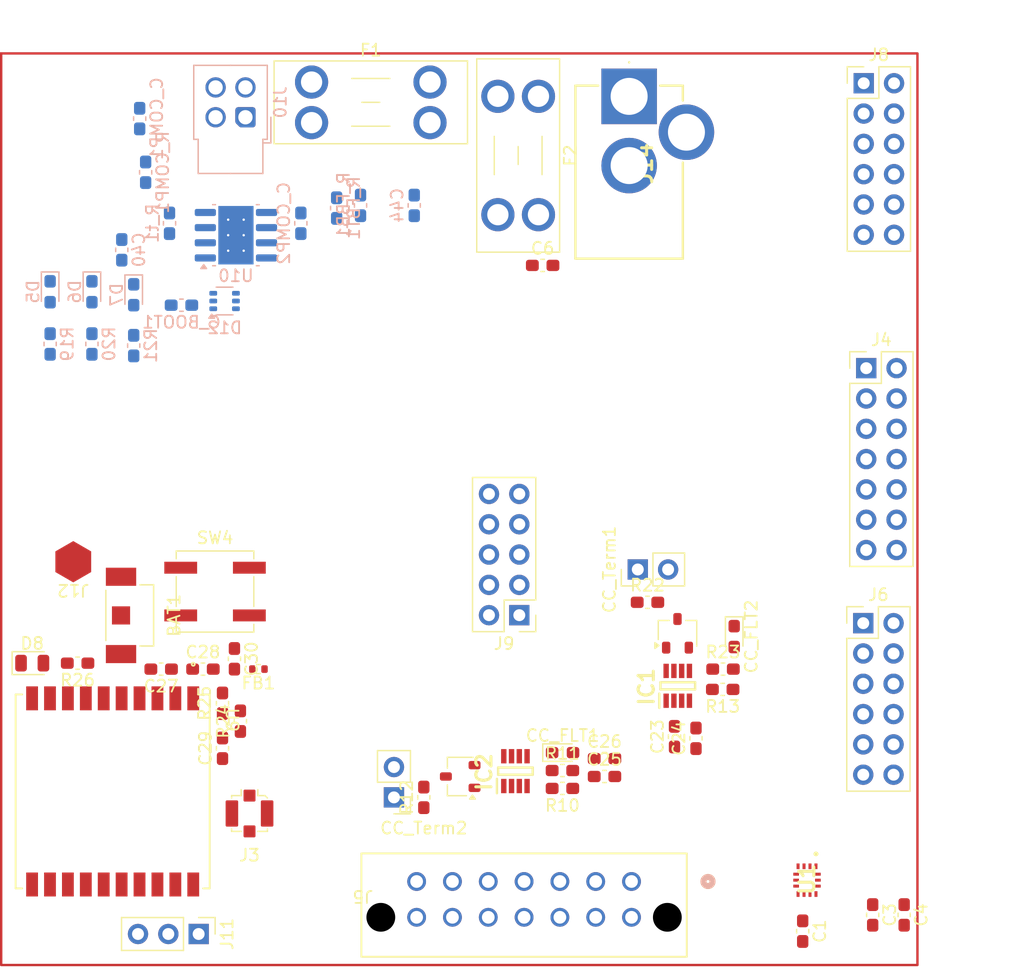
<source format=kicad_pcb>
(kicad_pcb (version 20241229) (generator "pcbnew") (generator_version "9.0")
  (layers (0 "F.Cu" signal) (2 "B.Cu" signal) (13 "F.Paste" user) (15 "B.Paste" user) (5 "F.SilkS" user "F.Silkscreen") (7 "B.SilkS" user "B.Silkscreen") (1 "F.Mask" user) (3 "B.Mask" user) (25 "Edge.Cuts" user))
  (net 0 "")
  (net 1 "+3.3V")
  (net 2 "+12V")
  (net 3 "+3V3")
  (net 4 "/GPS/+3.3V_GPS_BAT")
  (net 5 "/GPS/+3.3V_GPS")
  (net 6 "/GPS/GPS_NRESET")
  (net 7 "Net-(CC_FLT1-A)")
  (net 8 "Net-(CC_FLT2-A)")
  (net 9 "Net-(CC_Term1-A)")
  (net 10 "TelCAN_L")
  (net 11 "Net-(CC_Term2-A)")
  (net 12 "CarCAN_L")
  (net 13 "Net-(D5-A)")
  (net 14 "Net-(D6-A)")
  (net 15 "Net-(D7-A)")
  (net 16 "/GPS/GPS_D8")
  (net 17 "GND")
  (net 18 "+24V")
  (net 20 "Net-(D12A-K)")
  (net 22 "GPS_SDA")
  (net 23 "GPS_SCL")
  (net 24 "/CAN/CarCAN_Fault")
  (net 26 "CarCAN_H")
  (net 27 "/CAN/TelCAN_Fault")
  (net 28 "TelCAN_H")
  (net 29 "/GPS/GPS_SW4")
  (net 30 "/GPS/GPS_3D_Fix")
  (net 31 "Net-(U10-FB)")
  (net 32 "Net-(U10-BOOT)")
  (net 33 "Net-(U10-COMP)")
  (net 35 "Net-(U10-RT{slash}CLK)")
  (net 37 "Net-(J10-Pin_1)")
  (net 43 "/GPS/GPS_EXT_OFF")
  (net 48 "TelCAN_RX")
  (net 49 "TelCAN_TX")
  (net 51 "CarCAN_RX")
  (net 53 "CarCAN_TX")
  (net 54 "IMU_CS")
  (net 56 "IMU_MISO")
  (net 57 "IMU_MOSI")
  (net 59 "IMU_INT2")
  (net 60 "IMU_INT1")
  (net 61 "IMU_CLK")
  (net 66 "Net-(C_COMP1-Pad1)")
  (net 67 "Net-(F2-Pad1)")
  (net 68 "/Connector/TP2")
  (net 69 "/Connector/TP1")
  (net 70 "/Connector/TP4")
  (net 71 "/Connector/TP3")
  (net 72 "/Connector/TP5")
  (net 73 "/Connector/TP6")
  (footprint "Capacitor_SMD:C_0603_1608Metric_Pad1.08x0.95mm_HandSolder" (layer "F.Cu") (at 179.0125 147.4 180)
    (property "Reference" "R10" (at 0 -1.43 0) (layer "F.SilkS"))
    (property "Value" "10k")
    (pad "1" smd roundrect (at -0.8625 0 180) (size 1.075 0.95) (layers "F.Cu" "F.Mask" "F.Paste") (net 3 "+3V3"))
    (pad "2" smd roundrect (at 0.8625 0 180) (size 1.075 0.95) (layers "F.Cu" "F.Mask" "F.Paste") (net 24 "/CAN/CarCAN_Fault"))
  )
  (footprint "Connector_PinHeader_2.54mm:PinHeader_2x05_P2.54mm_Vertical" (layer "F.Cu") (at 175.4 132.88 180)
    (property "Reference" "J9" (at 1.27 -2.38 0) (layer "F.SilkS"))
    (property "Value" "Conn_02x05_Counter_Clockwise")
    (pad "1" thru_hole rect (at 0 0 180) (size 1.7 1.7) (drill 1) (layers "*.Cu" "*.Mask") (net 69 "/Connector/TP1"))
    (pad "2" thru_hole circle (at 2.54 0 180) (size 1.7 1.7) (drill 1) (layers "*.Cu" "*.Mask") (net 68 "/Connector/TP2"))
    (pad "3" thru_hole circle (at 0 2.54 180) (size 1.7 1.7) (drill 1) (layers "*.Cu" "*.Mask") (net 71 "/Connector/TP3"))
    (pad "4" thru_hole circle (at 2.54 2.54 180) (size 1.7 1.7) (drill 1) (layers "*.Cu" "*.Mask") (net 17 "GND"))
    (pad "5" thru_hole circle (at 0 5.08 180) (size 1.7 1.7) (drill 1) (layers "*.Cu" "*.Mask") (net 3 "+3V3"))
    (pad "6" thru_hole circle (at 2.54 5.08 180) (size 1.7 1.7) (drill 1) (layers "*.Cu" "*.Mask") (net 3 "+3V3"))
    (pad "7" thru_hole circle (at 0 7.62 180) (size 1.7 1.7) (drill 1) (layers "*.Cu" "*.Mask") (net 17 "GND"))
    (pad "8" thru_hole circle (at 2.54 7.62 180) (size 1.7 1.7) (drill 1) (layers "*.Cu" "*.Mask") (net 73 "/Connector/TP6"))
    (pad "9" thru_hole circle (at 0 10.16 180) (size 1.7 1.7) (drill 1) (layers "*.Cu" "*.Mask") (net 72 "/Connector/TP5"))
    (pad "10" thru_hole circle (at 2.54 10.16 180) (size 1.7 1.7) (drill 1) (layers "*.Cu" "*.Mask") (net 70 "/Connector/TP4"))
  )
  (footprint "Capacitor_SMD:C_0603_1608Metric_Pad1.08x0.95mm_HandSolder" (layer "F.Cu") (at 151.5375 136.5375 -90)
    (property "Reference" "C30" (at 0 -1.43 90) (layer "F.SilkS"))
    (property "Value" "100n")
    (pad "1" smd roundrect (at -0.8625 0 270) (size 1.075 0.95) (layers "F.Cu" "F.Mask" "F.Paste") (net 5 "/GPS/+3.3V_GPS"))
    (pad "2" smd roundrect (at 0.8625 0 270) (size 1.075 0.95) (layers "F.Cu" "F.Mask" "F.Paste") (net 17 "GND"))
  )
  (footprint "Connector_PinHeader_2.54mm:PinHeader_1x03_P2.54mm_Vertical" (layer "F.Cu") (at 148.54 159.6 -90)
    (property "Reference" "J11" (at 0 -2.38 90) (layer "F.SilkS"))
    (property "Value" "GPS_I2C")
    (pad "1" thru_hole rect (at 0 0 270) (size 1.7 1.7) (drill 1) (layers "*.Cu" "*.Mask") (net 6 "/GPS/GPS_NRESET"))
    (pad "2" thru_hole circle (at 0 2.54 270) (size 1.7 1.7) (drill 1) (layers "*.Cu" "*.Mask") (net 22 "GPS_SDA"))
    (pad "3" thru_hole circle (at 0 5.08 270) (size 1.7 1.7) (drill 1) (layers "*.Cu" "*.Mask") (net 23 "GPS_SCL"))
  )
  (footprint "Capacitor_SMD:C_0603_1608Metric_Pad1.08x0.95mm_HandSolder" (layer "F.Cu") (at 192.4375 139.1 180)
    (property "Reference" "R13" (at 0 -1.43 0) (layer "F.SilkS"))
    (property "Value" "10k")
    (pad "1" smd roundrect (at -0.8625 0 180) (size 1.075 0.95) (layers "F.Cu" "F.Mask" "F.Paste") (net 3 "+3V3"))
    (pad "2" smd roundrect (at 0.8625 0 180) (size 1.075 0.95) (layers "F.Cu" "F.Mask" "F.Paste") (net 27 "/CAN/TelCAN_Fault"))
  )
  (footprint "Capacitor_SMD:C_0603_1608Metric_Pad1.08x0.95mm_HandSolder" (layer "F.Cu") (at 182.5375 144.9)
    (property "Reference" "C26" (at 0 -1.43 0) (layer "F.SilkS"))
    (property "Value" "1uF")
    (pad "1" smd roundrect (at -0.8625 0) (size 1.075 0.95) (layers "F.Cu" "F.Mask" "F.Paste") (net 3 "+3V3"))
    (pad "2" smd roundrect (at 0.8625 0) (size 1.075 0.95) (layers "F.Cu" "F.Mask" "F.Paste") (net 17 "GND"))
  )
  (footprint "Connector_Coaxial:U.FL_Molex_MCRF_73412-0110_Vertical" (layer "F.Cu") (at 152.8 149.5)
    (property "Reference" "J3" (at 0 3.5 0) (layer "F.SilkS"))
    (property "Value" "Conn_Coaxial")
    (pad "1" smd roundrect (at 0 1.5 180) (size 1 1) (layers "F.Cu" "F.Mask" "F.Paste") (roundrect_rratio 0.1) (net 43 "/GPS/GPS_EXT_OFF"))
    (pad "2" smd roundrect (at -1.475 0 180) (size 1.05 2.2) (layers "F.Cu" "F.Mask" "F.Paste") (roundrect_rratio 0.1) (net 17 "GND"))
    (pad "2" smd roundrect (at 0 -1.5 180) (size 1 1) (layers "F.Cu" "F.Mask" "F.Paste") (roundrect_rratio 0.1) (net 17 "GND"))
    (pad "2" smd roundrect (at 1.475 0 180) (size 1.05 2.2) (layers "F.Cu" "F.Mask" "F.Paste") (roundrect_rratio 0.1) (net 17 "GND"))
  )
  (footprint "Capacitor_SMD:C_0603_1608Metric_Pad1.08x0.95mm_HandSolder" (layer "F.Cu") (at 192.4625 137.4)
    (property "Reference" "R23" (at 0 -1.43 0) (layer "F.SilkS"))
    (property "Value" "2.2k")
    (pad "1" smd roundrect (at -0.8625 0) (size 1.075 0.95) (layers "F.Cu" "F.Mask" "F.Paste") (net 27 "/CAN/TelCAN_Fault"))
    (pad "2" smd roundrect (at 0.8625 0) (size 1.075 0.95) (layers "F.Cu" "F.Mask" "F.Paste") (net 8 "Net-(CC_FLT2-A)"))
  )
  (footprint "Button_Switch_SMD:SW_SPST_B3SL-1002P" (layer "F.Cu") (at 149.9125 130.9)
    (property "Reference" "SW4" (at 0 -4.5 0) (layer "F.SilkS"))
    (property "Value" "GPS_RESET")
    (pad "1" smd rect (at -2.875 -2) (size 2.75 1) (layers "F.Cu" "F.Mask" "F.Paste") (net 17 "GND"))
    (pad "1" smd rect (at 2.875 -2) (size 2.75 1) (layers "F.Cu" "F.Mask" "F.Paste") (net 17 "GND"))
    (pad "2" smd rect (at -2.875 2) (size 2.75 1) (layers "F.Cu" "F.Mask" "F.Paste") (net 29 "/GPS/GPS_SW4"))
    (pad "2" smd rect (at 2.875 2) (size 2.75 1) (layers "F.Cu" "F.Mask" "F.Paste") (net 29 "/GPS/GPS_SW4"))
  )
  (footprint "KiCad:LSM6DS3USTR" (layer "F.Cu") (at 199.5 155.088 -90)
    (property "Reference" "U1" (at -0.0715 0 90) (layer "F.SilkS") (effects (font (size 1.27 1.27) (thickness 0.254))))
    (property "Value" "ASM330LHHTR" (hide yes))
    (pad "1" smd rect (at -1.163 -0.75) (size 0.25 0.475) (layers "F.Cu" "F.Mask" "F.Paste") (net 56 "IMU_MISO"))
    (pad "2" smd rect (at -1.163 -0.25) (size 0.25 0.475) (layers "F.Cu" "F.Mask" "F.Paste") (net 17 "GND"))
    (pad "3" smd rect (at -1.163 0.25) (size 0.25 0.475) (layers "F.Cu" "F.Mask" "F.Paste") (net 17 "GND"))
    (pad "4" smd rect (at -1.163 0.75) (size 0.25 0.475) (layers "F.Cu" "F.Mask" "F.Paste") (net 60 "IMU_INT1"))
    (pad "5" smd rect (at -0.5 0.912 270) (size 0.25 0.475) (layers "F.Cu" "F.Mask" "F.Paste") (net 1 "+3.3V"))
    (pad "6" smd rect (at 0 0.912 270) (size 0.25 0.475) (layers "F.Cu" "F.Mask" "F.Paste") (net 17 "GND"))
    (pad "7" smd rect (at 0.5 0.912 270) (size 0.25 0.475) (layers "F.Cu" "F.Mask" "F.Paste") (net 17 "GND"))
    (pad "8" smd rect (at 1.163 0.75) (size 0.25 0.475) (layers "F.Cu" "F.Mask" "F.Paste") (net 1 "+3.3V"))
    (pad "9" smd rect (at 1.163 0.25) (size 0.25 0.475) (layers "F.Cu" "F.Mask" "F.Paste") (net 59 "IMU_INT2"))
    (pad "10" smd rect (at 1.163 -0.25) (size 0.25 0.475) (layers "F.Cu" "F.Mask" "F.Paste"))
    (pad "11" smd rect (at 1.163 -0.75) (size 0.25 0.475) (layers "F.Cu" "F.Mask" "F.Paste"))
    (pad "12" smd rect (at 0.5 -0.912 270) (size 0.25 0.475) (layers "F.Cu" "F.Mask" "F.Paste") (net 54 "IMU_CS"))
    (pad "13" smd rect (at 0 -0.912 270) (size 0.25 0.475) (layers "F.Cu" "F.Mask" "F.Paste") (net 61 "IMU_CLK"))
    (pad "14" smd rect (at -0.5 -0.912 270) (size 0.25 0.475) (layers "F.Cu" "F.Mask" "F.Paste") (net 57 "IMU_MOSI"))
  )
  (footprint "UTSVT_Special:TestPoint_HEX_3mmID" (layer "F.Cu") (at 138.0375 128.4 180)
    (property "Reference" "J12" (at 0 -2.4 180) (layer "F.SilkS"))
    (property "Value" "GPS_BAT")
    (pad "1" connect custom (at 0 0 180) (size 3 3) (layers "F.Cu" "F.Mask") (net 4 "/GPS/+3.3V_GPS_BAT") (options (clearance outline) (anchor circle)) (primitives (gr_poly (pts (xy 0 -1.732051) (xy 1.5 -0.866025) (xy 1.5 0.866025) (xy 0 1.732051) (xy -1.5 0.866025) (xy -1.5 -0.866025)) (width 0) (fill yes))))
  )
  (footprint "Capacitor_SMD:C_0603_1608Metric_Pad1.08x0.95mm_HandSolder" (layer "F.Cu") (at 188.4 143.0625 90)
    (property "Reference" "C23" (at 0 -1.43 90) (layer "F.SilkS"))
    (property "Value" "0.1uF")
    (pad "1" smd roundrect (at -0.8625 0 90) (size 1.075 0.95) (layers "F.Cu" "F.Mask" "F.Paste") (net 3 "+3V3"))
    (pad "2" smd roundrect (at 0.8625 0 90) (size 1.075 0.95) (layers "F.Cu" "F.Mask" "F.Paste") (net 17 "GND"))
  )
  (footprint "LED_SMD:LED_0603_1608Metric_Pad1.05x0.95mm_HandSolder" (layer "F.Cu") (at 193.4 134.675 -90)
    (property "Reference" "CC_FLT2" (at 0 -1.43 90) (layer "F.SilkS"))
    (property "Value" "LED")
    (pad "1" smd roundrect (at -0.875 0 270) (size 1.05 0.95) (layers "F.Cu" "F.Mask" "F.Paste") (net 17 "GND"))
    (pad "2" smd roundrect (at 0.875 0 270) (size 1.05 0.95) (layers "F.Cu" "F.Mask" "F.Paste") (net 8 "Net-(CC_FLT2-A)"))
  )
  (footprint "Connector_PinHeader_2.54mm:PinHeader_1x02_P2.54mm_Vertical" (layer "F.Cu") (at 164.9 148.15 180)
    (property "Reference" "CC_Term2" (at -2.5 -2.575 0) (layer "F.SilkS"))
    (property "Value" "Jumper_2_Open")
    (pad "1" thru_hole rect (at 0 0 180) (size 1.7 1.7) (drill 1) (layers "*.Cu" "*.Mask") (net 11 "Net-(CC_Term2-A)"))
    (pad "2" thru_hole circle (at 0 2.54 180) (size 1.7 1.7) (drill 1) (layers "*.Cu" "*.Mask") (net 12 "CarCAN_L"))
  )
  (footprint "UTSVT_ICs:CDSOT23-T24CAN" (layer "F.Cu") (at 188.65 134.4 90)
    (property "Reference" "U8" (hide yes))
    (property "Value" "CDSOT23-T24CAN")
    (pad "1" smd roundrect (at -1.2 -0.95 90) (size 1 0.7) (layers "F.Cu" "F.Mask" "F.Paste") (net 28 "TelCAN_H"))
    (pad "2" smd roundrect (at -1.2 0.95 90) (size 1 0.7) (layers "F.Cu" "F.Mask" "F.Paste") (net 10 "TelCAN_L"))
    (pad "3" smd roundrect (at 1.2 0 90) (size 1 0.7) (layers "F.Cu" "F.Mask" "F.Paste") (net 17 "GND"))
  )
  (footprint "Capacitor_SMD:C_0603_1608Metric_Pad1.08x0.95mm_HandSolder" (layer "F.Cu") (at 199.1375 159.3625 -90)
    (property "Reference" "C1" (at 0 -1.43 90) (layer "F.SilkS"))
    (property "Value" "100nf")
    (pad "1" smd roundrect (at -0.8625 0 270) (size 1.075 0.95) (layers "F.Cu" "F.Mask" "F.Paste") (net 1 "+3.3V"))
    (pad "2" smd roundrect (at 0.8625 0 270) (size 1.075 0.95) (layers "F.Cu" "F.Mask" "F.Paste") (net 17 "GND"))
  )
  (footprint "Connector_PinHeader_2.54mm:PinHeader_2x06_P2.54mm_Vertical" (layer "F.Cu") (at 204.21 133.55)
    (property "Reference" "J6" (at 1.27 -2.38 0) (layer "F.SilkS"))
    (property "Value" "To The Zedboard")
    (pad "1" thru_hole rect (at 0 0) (size 1.7 1.7) (drill 1) (layers "*.Cu" "*.Mask") (net 60 "IMU_INT1"))
    (pad "2" thru_hole circle (at 2.54 0) (size 1.7 1.7) (drill 1) (layers "*.Cu" "*.Mask") (net 59 "IMU_INT2"))
    (pad "3" thru_hole circle (at 0 2.54) (size 1.7 1.7) (drill 1) (layers "*.Cu" "*.Mask") (net 69 "/Connector/TP1"))
    (pad "4" thru_hole circle (at 2.54 2.54) (size 1.7 1.7) (drill 1) (layers "*.Cu" "*.Mask") (net 70 "/Connector/TP4"))
    (pad "5" thru_hole circle (at 0 5.08) (size 1.7 1.7) (drill 1) (layers "*.Cu" "*.Mask") (net 68 "/Connector/TP2"))
    (pad "6" thru_hole circle (at 2.54 5.08) (size 1.7 1.7) (drill 1) (layers "*.Cu" "*.Mask") (net 72 "/Connector/TP5"))
    (pad "7" thru_hole circle (at 0 7.62) (size 1.7 1.7) (drill 1) (layers "*.Cu" "*.Mask") (net 71 "/Connector/TP3"))
    (pad "8" thru_hole circle (at 2.54 7.62) (size 1.7 1.7) (drill 1) (layers "*.Cu" "*.Mask") (net 73 "/Connector/TP6"))
    (pad "9" thru_hole circle (at 0 10.16) (size 1.7 1.7) (drill 1) (layers "*.Cu" "*.Mask") (net 17 "GND"))
    (pad "10" thru_hole circle (at 2.54 10.16) (size 1.7 1.7) (drill 1) (layers "*.Cu" "*.Mask") (net 17 "GND"))
    (pad "11" thru_hole circle (at 0 12.7) (size 1.7 1.7) (drill 1) (layers "*.Cu" "*.Mask") (net 3 "+3V3"))
    (pad "12" thru_hole circle (at 2.54 12.7) (size 1.7 1.7) (drill 1) (layers "*.Cu" "*.Mask") (net 3 "+3V3"))
  )
  (footprint "Fuse:Fuseholder_Blade_Mini_Keystone_3568" (layer "F.Cu") (at 158 88.2)
    (property "Reference" "F1" (at 4.96 -2.67 0) (layer "F.SilkS"))
    (property "Value" "+4A")
    (pad "1" thru_hole circle (at 0 0) (size 2.78 2.78) (drill 1.78) (layers "*.Cu" "*.Mask") (net 2 "+12V"))
    (pad "1" thru_hole circle (at 0 3.4) (size 2.78 2.78) (drill 1.78) (layers "*.Cu" "*.Mask") (net 2 "+12V"))
    (pad "2" thru_hole circle (at 9.92 0) (size 2.78 2.78) (drill 1.78) (layers "*.Cu" "*.Mask") (net 37 "Net-(J10-Pin_1)"))
    (pad "2" thru_hole circle (at 9.92 3.4) (size 2.78 2.78) (drill 1.78) (layers "*.Cu" "*.Mask") (net 37 "Net-(J10-Pin_1)"))
  )
  (footprint "DataAcqGPS:PA1616S_ADA" (layer "F.Cu") (at 141.3375 147.650002 -90)
    (property "Reference" "U9" (at -6 -10 270) (layer "F.SilkS"))
    (property "Value" "PA1616S_GPS")
    (pad "" np_thru_hole circle (at 0 -0.45 270) (size 1.1938 1.1938) (drill 1.1938) (layers "*.Cu" "*.Mask"))
    (pad "1" smd rect (at -7.8 -6.749999 270) (size 2.0066 0.9906) (layers "F.Cu" "F.Mask" "F.Paste") (net 5 "/GPS/+3.3V_GPS"))
    (pad "2" smd rect (at -7.8 -5.25 270) (size 2.0066 0.9906) (layers "F.Cu" "F.Mask" "F.Paste") (net 6 "/GPS/GPS_NRESET"))
    (pad "3" smd rect (at -7.8 -3.75 270) (size 2.0066 0.9906) (layers "F.Cu" "F.Mask" "F.Paste") (net 17 "GND"))
    (pad "4" smd rect (at -7.8 -2.250001 270) (size 2.0066 0.9906) (layers "F.Cu" "F.Mask" "F.Paste") (net 4 "/GPS/+3.3V_GPS_BAT"))
    (pad "5" smd rect (at -7.8 -0.750001 270) (size 2.0066 0.9906) (layers "F.Cu" "F.Mask" "F.Paste") (net 30 "/GPS/GPS_3D_Fix"))
    (pad "6" smd rect (at -7.8 0.749998 270) (size 2.0066 0.9906) (layers "F.Cu" "F.Mask" "F.Paste"))
    (pad "7" smd rect (at -7.8 2.250001 270) (size 2.0066 0.9906) (layers "F.Cu" "F.Mask" "F.Paste"))
    (pad "8" smd rect (at -7.8 3.75 270) (size 2.0066 0.9906) (layers "F.Cu" "F.Mask" "F.Paste") (net 17 "GND"))
    (pad "9" smd rect (at -7.8 5.25 270) (size 2.0066 0.9906) (layers "F.Cu" "F.Mask" "F.Paste"))
    (pad "10" smd rect (at -7.8 6.749999 270) (size 2.0066 0.9906) (layers "F.Cu" "F.Mask" "F.Paste"))
    (pad "11" smd rect (at 7.8 6.749999 270) (size 2.0066 0.9906) (layers "F.Cu" "F.Mask" "F.Paste") (net 43 "/GPS/GPS_EXT_OFF"))
    (pad "12" smd rect (at 7.8 5.25 270) (size 2.0066 0.9906) (layers "F.Cu" "F.Mask" "F.Paste") (net 17 "GND"))
    (pad "13" smd rect (at 7.8 3.75 270) (size 2.0066 0.9906) (layers "F.Cu" "F.Mask" "F.Paste"))
    (pad "14" smd rect (at 7.8 2.250001 270) (size 2.0066 0.9906) (layers "F.Cu" "F.Mask" "F.Paste") (net 23 "GPS_SCL"))
    (pad "15" smd rect (at 7.8 0.750001 270) (size 2.0066 0.9906) (layers "F.Cu" "F.Mask" "F.Paste") (net 22 "GPS_SDA"))
    (pad "16" smd rect (at 7.8 -0.749998 270) (size 2.0066 0.9906) (layers "F.Cu" "F.Mask" "F.Paste"))
    (pad "17" smd rect (at 7.8 -2.250001 270) (size 2.0066 0.9906) (layers "F.Cu" "F.Mask" "F.Paste"))
    (pad "18" smd rect (at 7.8 -3.75 270) (size 2.0066 0.9906) (layers "F.Cu" "F.Mask" "F.Paste"))
    (pad "19" smd rect (at 7.8 -5.25 270) (size 2.0066 0.9906) (layers "F.Cu" "F.Mask" "F.Paste") (net 17 "GND"))
    (pad "20" smd rect (at 7.8 -6.749999 270) (size 2.0066 0.9906) (layers "F.Cu" "F.Mask" "F.Paste"))
  )
  (footprint "UTSVT_Connectors:Molex_Microfit3.0_02x07_14-Pin-Vertical-PCB-Receptacle_447691401" (layer "F.Cu") (at 184.8 155.2 180)
    (property "Reference" "J5" (at 22.499997 -1.25 180) (layer "F.SilkS"))
    (property "Value" "Conn_02x07_Vertical")
    (pad "" np_thru_hole circle (at -3.000002 -2.999999 180) (size 2.413 2.413) (drill 2.413) (layers))
    (pad "" np_thru_hole circle (at 20.999996 -2.999999 180) (size 2.413 2.413) (drill 2.413) (layers))
    (pad "1" thru_hole circle (at 0 0 180) (size 1.5748 1.5748) (drill 1.0668) (layers "*.Cu" "*.Mask") (net 18 "+24V"))
    (pad "2" thru_hole circle (at 2.999999 0 180) (size 1.5748 1.5748) (drill 1.0668) (layers "*.Cu" "*.Mask") (net 26 "CarCAN_H"))
    (pad "3" thru_hole circle (at 5.999998 0 180) (size 1.5748 1.5748) (drill 1.0668) (layers "*.Cu" "*.Mask") (net 51 "CarCAN_RX"))
    (pad "4" thru_hole circle (at 8.999997 0 180) (size 1.5748 1.5748) (drill 1.0668) (layers "*.Cu" "*.Mask") (net 18 "+24V"))
    (pad "5" thru_hole circle (at 11.999996 0 180) (size 1.5748 1.5748) (drill 1.0668) (layers "*.Cu" "*.Mask") (net 48 "TelCAN_RX"))
    (pad "6" thru_hole circle (at 14.999995 0 180) (size 1.5748 1.5748) (drill 1.0668) (layers "*.Cu" "*.Mask") (net 48 "TelCAN_RX"))
    (pad "7" thru_hole circle (at 17.999994 0 180) (size 1.5748 1.5748) (drill 1.0668) (layers "*.Cu" "*.Mask") (net 17 "GND"))
    (pad "8" thru_hole circle (at 0 -2.999999 180) (size 1.5748 1.5748) (drill 1.0668) (layers "*.Cu" "*.Mask") (net 18 "+24V"))
    (pad "9" thru_hole circle (at 2.999999 -2.999999 180) (size 1.5748 1.5748) (drill 1.0668) (layers "*.Cu" "*.Mask") (net 53 "CarCAN_TX"))
    (pad "10" thru_hole circle (at 5.999998 -2.999999 180) (size 1.5748 1.5748) (drill 1.0668) (layers "*.Cu" "*.Mask") (net 53 "CarCAN_TX"))
    (pad "11" thru_hole circle (at 8.999997 -2.999999 180) (size 1.5748 1.5748) (drill 1.0668) (layers "*.Cu" "*.Mask") (net 18 "+24V"))
    (pad "12" thru_hole circle (at 11.999996 -2.999999 180) (size 1.5748 1.5748) (drill 1.0668) (layers "*.Cu" "*.Mask") (net 49 "TelCAN_TX"))
    (pad "13" thru_hole circle (at 14.999995 -2.999999 180) (size 1.5748 1.5748) (drill 1.0668) (layers "*.Cu" "*.Mask") (net 49 "TelCAN_TX"))
    (pad "14" thru_hole circle (at 17.999994 -2.999999 180) (size 1.5748 1.5748) (drill 1.0668) (layers "*.Cu" "*.Mask") (net 17 "GND"))
  )
  (footprint "LED_SMD:LED_0603_1608Metric_Pad1.05x0.95mm_HandSolder" (layer "F.Cu") (at 179.025 144.4)
    (property "Reference" "CC_FLT1" (at 0 -1.43 0) (layer "F.SilkS"))
    (property "Value" "LED")
    (pad "1" smd roundrect (at -0.875 0) (size 1.05 0.95) (layers "F.Cu" "F.Mask" "F.Paste") (net 17 "GND"))
    (pad "2" smd roundrect (at 0.875 0) (size 1.05 0.95) (layers "F.Cu" "F.Mask" "F.Paste") (net 7 "Net-(CC_FLT1-A)"))
  )
  (footprint "Capacitor_SMD:C_0603_1608Metric_Pad1.08x0.95mm_HandSolder" (layer "F.Cu") (at 167.4 148.15 90)
    (property "Reference" "R12" (at 0 -1.43 90) (layer "F.SilkS"))
    (property "Value" "120")
    (pad "1" smd roundrect (at -0.8625 0 90) (size 1.075 0.95) (layers "F.Cu" "F.Mask" "F.Paste") (net 11 "Net-(CC_Term2-A)"))
    (pad "2" smd roundrect (at 0.8625 0 90) (size 1.075 0.95) (layers "F.Cu" "F.Mask" "F.Paste") (net 26 "CarCAN_H"))
  )
  (footprint "Capacitor_SMD:C_0603_1608Metric_Pad1.08x0.95mm_HandSolder" (layer "F.Cu") (at 138.4 136.9 180)
    (property "Reference" "R26" (at 0 -1.43 0) (layer "F.SilkS"))
    (property "Value" "1k")
    (pad "1" smd roundrect (at -0.8625 0 180) (size 1.075 0.95) (layers "F.Cu" "F.Mask" "F.Paste") (net 30 "/GPS/GPS_3D_Fix"))
    (pad "2" smd roundrect (at 0.8625 0 180) (size 1.075 0.95) (layers "F.Cu" "F.Mask" "F.Paste") (net 16 "/GPS/GPS_D8"))
  )
  (footprint "Capacitor_SMD:C_0603_1608Metric_Pad1.08x0.95mm_HandSolder" (layer "F.Cu") (at 177.355 103.565)
    (property "Reference" "C6" (at 0 -1.43 0) (layer "F.SilkS"))
    (property "Value" "470 uF")
    (pad "1" smd roundrect (at -0.8625 0) (size 1.075 0.95) (layers "F.Cu" "F.Mask" "F.Paste") (net 2 "+12V"))
    (pad "2" smd roundrect (at 0.8625 0) (size 1.075 0.95) (layers "F.Cu" "F.Mask" "F.Paste") (net 17 "GND"))
  )
  (footprint "KiCad:694108301002" (layer "F.Cu") (at 184.6 89.4 90)
    (property "Reference" "J14" (at -5.638 1.313 90) (layer "F.SilkS") (effects (font (size 1.27 1.27) (thickness 0.254))))
    (property "Value" "Barrel_Jack_Switch" (hide yes))
    (pad "1" thru_hole rect (at 0 0 90) (size 4.65 4.65) (drill 3.1) (layers "*.Cu" "*.Mask") (net 67 "Net-(F2-Pad1)"))
    (pad "2" thru_hole circle (at -5.8 0 90) (size 4.65 4.65) (drill 3.1) (layers "*.Cu" "*.Mask") (net 17 "GND"))
    (pad "3" thru_hole circle (at -3 4.8 90) (size 4.65 4.65) (drill 3.1) (layers "*.Cu" "*.Mask"))
  )
  (footprint "UTSVT_ICs:TCAN337DCNR" (layer "F.Cu") (at 188.675 138.8 90)
    (property "Reference" "IC1" (at -0.075 -2.625 90) (layer "F.SilkS") (effects (font (size 1.27 1.27) (thickness 0.254))))
    (property "Value" "TCAN337DCNR" (hide yes))
    (pad "1" smd rect (at -1.25 -0.975 180) (size 0.45 1.2) (layers "F.Cu" "F.Mask" "F.Paste") (net 49 "TelCAN_TX"))
    (pad "2" smd rect (at -1.25 -0.325 180) (size 0.45 1.2) (layers "F.Cu" "F.Mask" "F.Paste") (net 17 "GND"))
    (pad "3" smd rect (at -1.25 0.325 180) (size 0.45 1.2) (layers "F.Cu" "F.Mask" "F.Paste") (net 3 "+3V3"))
    (pad "4" smd rect (at -1.25 0.975 180) (size 0.45 1.2) (layers "F.Cu" "F.Mask" "F.Paste") (net 48 "TelCAN_RX"))
    (pad "5" smd rect (at 1.25 0.975 180) (size 0.45 1.2) (layers "F.Cu" "F.Mask" "F.Paste") (net 27 "/CAN/TelCAN_Fault"))
    (pad "6" smd rect (at 1.25 0.325 180) (size 0.45 1.2) (layers "F.Cu" "F.Mask" "F.Paste") (net 10 "TelCAN_L"))
    (pad "7" smd rect (at 1.25 -0.325 180) (size 0.45 1.2) (layers "F.Cu" "F.Mask" "F.Paste") (net 28 "TelCAN_H"))
    (pad "8" smd rect (at 1.25 -0.975 180) (size 0.45 1.2) (layers "F.Cu" "F.Mask" "F.Paste"))
  )
  (footprint "Capacitor_SMD:C_0603_1608Metric_Pad1.08x0.95mm_HandSolder" (layer "F.Cu") (at 190.2 143.2 90)
    (property "Reference" "C24" (at 0 -1.43 90) (layer "F.SilkS"))
    (property "Value" "1uF")
    (pad "1" smd roundrect (at -0.8625 0 90) (size 1.075 0.95) (layers "F.Cu" "F.Mask" "F.Paste") (net 3 "+3V3"))
    (pad "2" smd roundrect (at 0.8625 0 90) (size 1.075 0.95) (layers "F.Cu" "F.Mask" "F.Paste") (net 17 "GND"))
  )
  (footprint "Connector_PinHeader_2.54mm:PinHeader_1x02_P2.54mm_Vertical" (layer "F.Cu") (at 185.325 129.05 90)
    (property "Reference" "CC_Term1" (at 0 -2.38 90) (layer "F.SilkS"))
    (property "Value" "Jumper_2_Open")
    (pad "1" thru_hole rect (at 0 0 90) (size 1.7 1.7) (drill 1) (layers "*.Cu" "*.Mask") (net 9 "Net-(CC_Term1-A)"))
    (pad "2" thru_hole circle (at 0 2.54 90) (size 1.7 1.7) (drill 1) (layers "*.Cu" "*.Mask") (net 10 "TelCAN_L"))
  )
  (footprint "DataAcqGPS:BAT_2994TR" (layer "F.Cu") (at 142.0375 132.9 -90)
    (property "Reference" "BAT1" (at 0 -4.445 90) (layer "F.SilkS"))
    (property "Value" "ML414")
    (pad "N" smd rect (at 0 0 270) (size 1.52 1.52) (layers "F.Cu" "F.Mask") (net 17 "GND"))
    (pad "P1" smd rect (at -3.24 0 270) (size 1.52 2.54) (layers "F.Cu" "F.Mask" "F.Paste") (net 4 "/GPS/+3.3V_GPS_BAT"))
    (pad "P2" smd rect (at 3.24 0 270) (size 1.52 2.54) (layers "F.Cu" "F.Mask" "F.Paste") (net 4 "/GPS/+3.3V_GPS_BAT"))
  )
  (footprint "Capacitor_SMD:C_0603_1608Metric_Pad1.08x0.95mm_HandSolder" (layer "F.Cu") (at 186.1375 131.8)
    (property "Reference" "R22" (at 0 -1.43 0) (layer "F.SilkS"))
    (property "Value" "120")
    (pad "1" smd roundrect (at -0.8625 0) (size 1.075 0.95) (layers "F.Cu" "F.Mask" "F.Paste") (net 9 "Net-(CC_Term1-A)"))
    (pad "2" smd roundrect (at 0.8625 0) (size 1.075 0.95) (layers "F.Cu" "F.Mask" "F.Paste") (net 28 "TelCAN_H"))
  )
  (footprint "UTSVT_ICs:TCAN337DCNR" (layer "F.Cu") (at 175.075 145.95 90)
    (property "Reference" "IC2" (at -0.075 -2.625 90) (layer "F.SilkS") (effects (font (size 1.27 1.27) (thickness 0.254))))
    (property "Value" "TCAN337DCNR" (hide yes))
    (pad "1" smd rect (at -1.25 -0.975 180) (size 0.45 1.2) (layers "F.Cu" "F.Mask" "F.Paste") (net 53 "CarCAN_TX"))
    (pad "2" smd rect (at -1.25 -0.325 180) (size 0.45 1.2) (layers "F.Cu" "F.Mask" "F.Paste") (net 17 "GND"))
    (pad "3" smd rect (at -1.25 0.325 180) (size 0.45 1.2) (layers "F.Cu" "F.Mask" "F.Paste") (net 3 "+3V3"))
    (pad "4" smd rect (at -1.25 0.975 180) (size 0.45 1.2) (layers "F.Cu" "F.Mask" "F.Paste") (net 51 "CarCAN_RX"))
    (pad "5" smd rect (at 1.25 0.975 180) (size 0.45 1.2) (layers "F.Cu" "F.Mask" "F.Paste") (net 24 "/CAN/CarCAN_Fault"))
    (pad "6" smd rect (at 1.25 0.325 180) (size 0.45 1.2) (layers "F.Cu" "F.Mask" "F.Paste") (net 12 "CarCAN_L"))
    (pad "7" smd rect (at 1.25 -0.325 180) (size 0.45 1.2) (layers "F.Cu" "F.Mask" "F.Paste") (net 26 "CarCAN_H"))
    (pad "8" smd rect (at 1.25 -0.975 180) (size 0.45 1.2) (layers "F.Cu" "F.Mask" "F.Paste"))
  )
  (footprint "Capacitor_SMD:C_0603_1608Metric_Pad1.08x0.95mm_HandSolder" (layer "F.Cu") (at 205 158 -90)
    (property "Reference" "C3" (at 0 -1.43 90) (layer "F.SilkS"))
    (property "Value" "10uf")
    (pad "1" smd roundrect (at -0.8625 0 270) (size 1.075 0.95) (layers "F.Cu" "F.Mask" "F.Paste") (net 1 "+3.3V"))
    (pad "2" smd roundrect (at 0.8625 0 270) (size 1.075 0.95) (layers "F.Cu" "F.Mask" "F.Paste") (net 17 "GND"))
  )
  (footprint "Capacitor_SMD:C_0603_1608Metric_Pad1.08x0.95mm_HandSolder" (layer "F.Cu") (at 150.5375 144.0375 90)
    (property "Reference" "C29" (at 0 -1.43 90) (layer "F.SilkS"))
    (property "Value" "1u")
    (pad "1" smd roundrect (at -0.8625 0 90) (size 1.075 0.95) (layers "F.Cu" "F.Mask" "F.Paste") (net 6 "/GPS/GPS_NRESET"))
    (pad "2" smd roundrect (at 0.8625 0 90) (size 1.075 0.95) (layers "F.Cu" "F.Mask" "F.Paste") (net 17 "GND"))
  )
  (footprint "Resistor_SMD:R_0402_1005Metric" (layer "F.Cu") (at 153.5475 137.4 180)
    (property "Reference" "FB1" (at 0 -1.17 0) (layer "F.SilkS"))
    (property "Value" "FerriteBead")
    (pad "1" smd roundrect (at -0.51 0 180) (size 0.54 0.64) (layers "F.Cu" "F.Mask" "F.Paste") (net 1 "+3.3V"))
    (pad "2" smd roundrect (at 0.51 0 180) (size 0.54 0.64) (layers "F.Cu" "F.Mask" "F.Paste") (net 5 "/GPS/+3.3V_GPS"))
  )
  (footprint "Capacitor_SMD:C_0603_1608Metric_Pad1.08x0.95mm_HandSolder" (layer "F.Cu") (at 150.5375 140.2625 90)
    (property "Reference" "R25" (at 0 -1.5 90) (layer "F.SilkS"))
    (property "Value" "10k")
    (pad "1" smd roundrect (at -0.8625 0 90) (size 1.075 0.95) (layers "F.Cu" "F.Mask" "F.Paste") (net 6 "/GPS/GPS_NRESET"))
    (pad "2" smd roundrect (at 0.8625 0 90) (size 1.075 0.95) (layers "F.Cu" "F.Mask" "F.Paste") (net 1 "+3.3V"))
  )
  (footprint "Capacitor_SMD:C_0603_1608Metric_Pad1.08x0.95mm_HandSolder" (layer "F.Cu") (at 145.4 137.4 180)
    (property "Reference" "C27" (at 0 -1.43 0) (layer "F.SilkS"))
    (property "Value" "1u")
    (pad "1" smd roundrect (at -0.8625 0 180) (size 1.075 0.95) (layers "F.Cu" "F.Mask" "F.Paste") (net 4 "/GPS/+3.3V_GPS_BAT"))
    (pad "2" smd roundrect (at 0.8625 0 180) (size 1.075 0.95) (layers "F.Cu" "F.Mask" "F.Paste") (net 17 "GND"))
  )
  (footprint "Capacitor_SMD:C_0603_1608Metric_Pad1.08x0.95mm_HandSolder" (layer "F.Cu") (at 148.9 137.4)
    (property "Reference" "C28" (at 0 -1.43 0) (layer "F.SilkS"))
    (property "Value" "1u")
    (pad "1" smd roundrect (at -0.8625 0) (size 1.075 0.95) (layers "F.Cu" "F.Mask" "F.Paste") (net 5 "/GPS/+3.3V_GPS"))
    (pad "2" smd roundrect (at 0.8625 0) (size 1.075 0.95) (layers "F.Cu" "F.Mask" "F.Paste") (net 17 "GND"))
  )
  (footprint "Connector_PinHeader_2.54mm:PinHeader_2x06_P2.54mm_Vertical" (layer "F.Cu") (at 204.25 88.3)
    (property "Reference" "J8" (at 1.27 -2.38 0) (layer "F.SilkS"))
    (property "Value" "Conn_02x06_Odd_Even")
    (pad "1" thru_hole rect (at 0 0) (size 1.7 1.7) (drill 1) (layers "*.Cu" "*.Mask") (net 3 "+3V3"))
    (pad "2" thru_hole circle (at 2.54 0) (size 1.7 1.7) (drill 1) (layers "*.Cu" "*.Mask") (net 3 "+3V3"))
    (pad "3" thru_hole circle (at 0 2.54) (size 1.7 1.7) (drill 1) (layers "*.Cu" "*.Mask") (net 17 "GND"))
    (pad "4" thru_hole circle (at 2.54 2.54) (size 1.7 1.7) (drill 1) (layers "*.Cu" "*.Mask") (net 17 "GND"))
    (pad "5" thru_hole circle (at 0 5.08) (size 1.7 1.7) (drill 1) (layers "*.Cu" "*.Mask") (net 53 "CarCAN_TX"))
    (pad "6" thru_hole circle (at 2.54 5.08) (size 1.7 1.7) (drill 1) (layers "*.Cu" "*.Mask"))
    (pad "7" thru_hole circle (at 0 7.62) (size 1.7 1.7) (drill 1) (layers "*.Cu" "*.Mask") (net 49 "TelCAN_TX"))
    (pad "8" thru_hole circle (at 2.54 7.62) (size 1.7 1.7) (drill 1) (layers "*.Cu" "*.Mask"))
    (pad "9" thru_hole circle (at 0 10.16) (size 1.7 1.7) (drill 1) (layers "*.Cu" "*.Mask") (net 48 "TelCAN_RX"))
    (pad "10" thru_hole circle (at 2.54 10.16) (size 1.7 1.7) (drill 1) (layers "*.Cu" "*.Mask"))
    (pad "11" thru_hole circle (at 0 12.7) (size 1.7 1.7) (drill 1) (layers "*.Cu" "*.Mask") (net 51 "CarCAN_RX"))
    (pad "12" thru_hole circle (at 2.54 12.7) (size 1.7 1.7) (drill 1) (layers "*.Cu" "*.Mask"))
  )
  (footprint "Connector_PinHeader_2.54mm:PinHeader_2x07_P2.54mm_Vertical" (layer "F.Cu") (at 204.46 112.18)
    (property "Reference" "J4" (at 1.27 -2.38 0) (layer "F.SilkS"))
    (property "Value" "Conn_02x06_Counter_Clockwise")
    (pad "1" thru_hole rect (at 0 0) (size 1.7 1.7) (drill 1) (layers "*.Cu" "*.Mask") (net 57 "IMU_MOSI"))
    (pad "2" thru_hole circle (at 2.54 0) (size 1.7 1.7) (drill 1) (layers "*.Cu" "*.Mask") (net 54 "IMU_CS"))
    (pad "3" thru_hole circle (at 0 2.54) (size 1.7 1.7) (drill 1) (layers "*.Cu" "*.Mask"))
    (pad "4" thru_hole circle (at 2.54 2.54) (size 1.7 1.7) (drill 1) (layers "*.Cu" "*.Mask"))
    (pad "5" thru_hole circle (at 0 5.08) (size 1.7 1.7) (drill 1) (layers "*.Cu" "*.Mask") (net 23 "GPS_SCL"))
    (pad "6" thru_hole circle (at 2.54 5.08) (size 1.7 1.7) (drill 1) (layers "*.Cu" "*.Mask") (net 56 "IMU_MISO"))
    (pad "7" thru_hole circle (at 0 7.62) (size 1.7 1.7) (drill 1) (layers "*.Cu" "*.Mask") (net 22 "GPS_SDA"))
    (pad "8" thru_hole circle (at 2.54 7.62) (size 1.7 1.7) (drill 1) (layers "*.Cu" "*.Mask") (net 61 "IMU_CLK"))
    (pad "9" thru_hole circle (at 0 10.16) (size 1.7 1.7) (drill 1) (layers "*.Cu" "*.Mask") (net 17 "GND"))
    (pad "10" thru_hole circle (at 2.54 10.16) (size 1.7 1.7) (drill 1) (layers "*.Cu" "*.Mask") (net 17 "GND"))
    (pad "11" thru_hole circle (at 0 12.7) (size 1.7 1.7) (drill 1) (layers "*.Cu" "*.Mask") (net 3 "+3V3"))
    (pad "12" thru_hole circle (at 2.54 12.7) (size 1.7 1.7) (drill 1) (layers "*.Cu" "*.Mask") (net 3 "+3V3"))
    (pad "13" thru_hole circle (at 0 15.24) (size 1.7 1.7) (drill 1) (layers "*.Cu" "*.Mask"))
    (pad "14" thru_hole circle (at 2.54 15.24) (size 1.7 1.7) (drill 1) (layers "*.Cu" "*.Mask"))
  )
  (footprint "LED_SMD:LED_0805_2012Metric" (layer "F.Cu") (at 134.6 136.9)
    (property "Reference" "D8" (at 0 -1.65 0) (layer "F.SilkS"))
    (property "Value" "!3D_FX")
    (pad "1" smd roundrect (at -0.9375 0) (size 0.975 1.4) (layers "F.Cu" "F.Mask" "F.Paste") (net 17 "GND"))
    (pad "2" smd roundrect (at 0.9375 0) (size 0.975 1.4) (layers "F.Cu" "F.Mask" "F.Paste") (net 16 "/GPS/GPS_D8"))
  )
  (footprint "Capacitor_SMD:C_0603_1608Metric_Pad1.08x0.95mm_HandSolder" (layer "F.Cu") (at 152.0375 141.7625 90)
    (property "Reference" "R24" (at 0 -1.43 90) (layer "F.SilkS"))
    (property "Value" "1k")
    (pad "1" smd roundrect (at -0.8625 0 90) (size 1.075 0.95) (layers "F.Cu" "F.Mask" "F.Paste") (net 29 "/GPS/GPS_SW4"))
    (pad "2" smd roundrect (at 0.8625 0 90) (size 1.075 0.95) (layers "F.Cu" "F.Mask" "F.Paste") (net 6 "/GPS/GPS_NRESET"))
  )
  (footprint "Fuse:Fuseholder_Blade_Mini_Keystone_3568" (layer "F.Cu") (at 177.005 89.395 -90)
    (property "Reference" "F2" (at 4.96 -2.67 90) (layer "F.SilkS"))
    (property "Value" "+5A")
    (pad "1" thru_hole circle (at 0 0 270) (size 2.78 2.78) (drill 1.78) (layers "*.Cu" "*.Mask") (net 67 "Net-(F2-Pad1)"))
    (pad "1" thru_hole circle (at 0 3.4 270) (size 2.78 2.78) (drill 1.78) (layers "*.Cu" "*.Mask") (net 67 "Net-(F2-Pad1)"))
    (pad "2" thru_hole circle (at 9.92 0 270) (size 2.78 2.78) (drill 1.78) (layers "*.Cu" "*.Mask") (net 2 "+12V"))
    (pad "2" thru_hole circle (at 9.92 3.4 270) (size 2.78 2.78) (drill 1.78) (layers "*.Cu" "*.Mask") (net 2 "+12V"))
  )
  (footprint "Capacitor_SMD:C_0603_1608Metric_Pad1.08x0.95mm_HandSolder" (layer "F.Cu") (at 207.6375 158 -90)
    (property "Reference" "C4" (at 0 -1.43 90) (layer "F.SilkS"))
    (property "Value" "100nf")
    (pad "1" smd roundrect (at -0.8625 0 270) (size 1.075 0.95) (layers "F.Cu" "F.Mask" "F.Paste") (net 1 "+3.3V"))
    (pad "2" smd roundrect (at 0.8625 0 270) (size 1.075 0.95) (layers "F.Cu" "F.Mask" "F.Paste") (net 17 "GND"))
  )
  (footprint "Capacitor_SMD:C_0603_1608Metric_Pad1.08x0.95mm_HandSolder" (layer "F.Cu") (at 179.0125 145.9)
    (property "Reference" "R11" (at 0 -1.43 0) (layer "F.SilkS"))
    (property "Value" "2.2k")
    (pad "1" smd roundrect (at -0.8625 0) (size 1.075 0.95) (layers "F.Cu" "F.Mask" "F.Paste"))
    (pad "2" smd roundrect (at 0.8625 0) (size 1.075 0.95) (layers "F.Cu" "F.Mask" "F.Paste") (net 7 "Net-(CC_FLT1-A)"))
  )
  (footprint "Capacitor_SMD:C_0603_1608Metric_Pad1.08x0.95mm_HandSolder" (layer "F.Cu") (at 182.5375 146.4)
    (property "Reference" "C25" (at 0 -1.43 0) (layer "F.SilkS"))
    (property "Value" "0.1uF")
    (pad "1" smd roundrect (at -0.8625 0) (size 1.075 0.95) (layers "F.Cu" "F.Mask" "F.Paste") (net 3 "+3V3"))
    (pad "2" smd roundrect (at 0.8625 0) (size 1.075 0.95) (layers "F.Cu" "F.Mask" "F.Paste") (net 17 "GND"))
  )
  (footprint "UTSVT_ICs:CDSOT23-T24CAN" (layer "F.Cu") (at 170.45 146.4 180)
    (property "Reference" "U7" (hide yes))
    (property "Value" "CDSOT23-T24CAN")
    (pad "1" smd roundrect (at -1.2 -0.95 180) (size 1 0.7) (layers "F.Cu" "F.Mask" "F.Paste") (net 26 "CarCAN_H"))
    (pad "2" smd roundrect (at -1.2 0.95 180) (size 1 0.7) (layers "F.Cu" "F.Mask" "F.Paste") (net 12 "CarCAN_L"))
    (pad "3" smd roundrect (at 1.2 0 180) (size 1 0.7) (layers "F.Cu" "F.Mask" "F.Paste") (net 17 "GND"))
  )
  (footprint "Capacitor_SMD:C_0603_1608Metric_Pad1.08x0.95mm_HandSolder" (layer "B.Cu") (at 139.6 110.15 90)
    (property "Reference" "R20" (at 0 1.43 90) (layer "B.SilkS") (effects (justify mirror)))
    (property "Value" "4.3k")
    (pad "1" smd roundrect (at -0.8625 0 90) (size 1.075 0.95) (layers "B.Cu" "B.Mask" "B.Paste") (net 18 "+24V"))
    (pad "2" smd roundrect (at 0.8625 0 90) (size 1.075 0.95) (layers "B.Cu" "B.Mask" "B.Paste") (net 14 "Net-(D6-A)"))
  )
  (footprint "Package_SO:Texas_R-PDSO-G8_EP2.95x4.9mm_Mask2.4x3.1mm_ThermalVias" (layer "B.Cu") (at 151.6625 101.035)
    (property "Reference" "U10" (at 0 3.4 0) (layer "B.SilkS") (effects (justify mirror)))
    (property "Value" "TPS54560BDDA")
    (pad "1" smd roundrect (at -2.5625 1.905) (size 1.775 0.6) (layers "B.Cu" "B.Mask" "B.Paste") (net 32 "Net-(U10-BOOT)"))
    (pad "2" smd roundrect (at -2.5625 0.635) (size 1.775 0.6) (layers "B.Cu" "B.Mask" "B.Paste") (net 18 "+24V"))
    (pad "3" smd roundrect (at -2.5625 -0.635) (size 1.775 0.6) (layers "B.Cu" "B.Mask" "B.Paste"))
    (pad "4" smd roundrect (at -2.5625 -1.905) (size 1.775 0.6) (layers "B.Cu" "B.Mask" "B.Paste") (net 35 "Net-(U10-RT{slash}CLK)"))
    (pad "5" smd roundrect (at 2.5625 -1.905) (size 1.775 0.6) (layers "B.Cu" "B.Mask" "B.Paste") (net 31 "Net-(U10-FB)"))
    (pad "6" smd roundrect (at 2.5625 -0.635) (size 1.775 0.6) (layers "B.Cu" "B.Mask" "B.Paste") (net 33 "Net-(U10-COMP)"))
    (pad "7" smd roundrect (at 2.5625 0.635) (size 1.775 0.6) (layers "B.Cu" "B.Mask" "B.Paste") (net 17 "GND"))
    (pad "8" smd roundrect (at 2.5625 1.905) (size 1.775 0.6) (layers "B.Cu" "B.Mask" "B.Paste") (net 20 "Net-(D12A-K)"))
    (pad "9" thru_hole circle (at -0.65 -1.3) (size 0.5 0.5) (drill 0.2) (property pad_prop_heatsink) (layers "*.Cu") (net 17 "GND"))
    (pad "9" thru_hole circle (at -0.65 0) (size 0.5 0.5) (drill 0.2) (property pad_prop_heatsink) (layers "*.Cu") (net 17 "GND"))
    (pad "9" thru_hole circle (at -0.65 1.3) (size 0.5 0.5) (drill 0.2) (property pad_prop_heatsink) (layers "*.Cu") (net 17 "GND"))
    (pad "9" smd rect (at 0 0) (size 1.8 3.1) (property pad_prop_heatsink) (layers "F.Cu") (net 17 "GND"))
    (pad "9" smd rect (at 0 0) (size 2.95 4.9) (property pad_prop_heatsink) (layers "B.Cu") (net 17 "GND"))
    (pad "9" thru_hole circle (at 0.65 -1.3) (size 0.5 0.5) (drill 0.2) (property pad_prop_heatsink) (layers "*.Cu") (net 17 "GND"))
    (pad "9" thru_hole circle (at 0.65 0) (size 0.5 0.5) (drill 0.2) (property pad_prop_heatsink) (layers "*.Cu") (net 17 "GND"))
    (pad "9" thru_hole circle (at 0.65 1.3) (size 0.5 0.5) (drill 0.2) (property pad_prop_heatsink) (layers "*.Cu") (net 17 "GND"))
  )
  (footprint "LED_SMD:LED_0603_1608Metric_Pad1.05x0.95mm_HandSolder" (layer "B.Cu") (at 139.6 105.775 -90)
    (property "Reference" "D6" (at 0 1.43 90) (layer "B.SilkS") (effects (justify mirror)))
    (property "Value" "PFLT")
    (pad "1" smd roundrect (at -0.875 0 270) (size 1.05 0.95) (layers "B.Cu" "B.Mask" "B.Paste") (net 17 "GND"))
    (pad "2" smd roundrect (at 0.875 0 270) (size 1.05 0.95) (layers "B.Cu" "B.Mask" "B.Paste") (net 14 "Net-(D6-A)"))
  )
  (footprint "Capacitor_SMD:C_0603_1608Metric_Pad1.08x0.95mm_HandSolder" (layer "B.Cu") (at 144.1 95.7625 90)
    (property "Reference" "R_COMP1" (at 0 1.43 90) (layer "B.SilkS") (effects (justify mirror)))
    (property "Value" "44.2k")
    (pad "1" smd roundrect (at -0.8625 0 90) (size 1.075 0.95) (layers "B.Cu" "B.Mask" "B.Paste") (net 33 "Net-(U10-COMP)"))
    (pad "2" smd roundrect (at 0.8625 0 90) (size 1.075 0.95) (layers "B.Cu" "B.Mask" "B.Paste") (net 66 "Net-(C_COMP1-Pad1)"))
  )
  (footprint "Capacitor_SMD:C_0603_1608Metric_Pad1.08x0.95mm_HandSolder" (layer "B.Cu") (at 136.1 110.15 90)
    (property "Reference" "R19" (at 0 1.43 90) (layer "B.SilkS") (effects (justify mirror)))
    (property "Value" "120")
    (pad "1" smd roundrect (at -0.8625 0 90) (size 1.075 0.95) (layers "B.Cu" "B.Mask" "B.Paste") (net 3 "+3V3"))
    (pad "2" smd roundrect (at 0.8625 0 90) (size 1.075 0.95) (layers "B.Cu" "B.Mask" "B.Paste") (net 13 "Net-(D5-A)"))
  )
  (footprint "Capacitor_SMD:C_0603_1608Metric_Pad1.08x0.95mm_HandSolder" (layer "B.Cu") (at 143.6 91.2625 90)
    (property "Reference" "C_COMP1" (at 0 1.43 90) (layer "B.SilkS") (effects (justify mirror)))
    (property "Value" "560pF")
    (pad "1" smd roundrect (at -0.8625 0 90) (size 1.075 0.95) (layers "B.Cu" "B.Mask" "B.Paste") (net 66 "Net-(C_COMP1-Pad1)"))
    (pad "2" smd roundrect (at 0.8625 0 90) (size 1.075 0.95) (layers "B.Cu" "B.Mask" "B.Paste") (net 17 "GND"))
  )
  (footprint "Capacitor_SMD:C_0603_1608Metric_Pad1.08x0.95mm_HandSolder" (layer "B.Cu") (at 162.1 98.5375 -90)
    (property "Reference" "R_FBB1" (at 0 1.43 90) (layer "B.SilkS") (effects (justify mirror)))
    (property "Value" "10.5k")
    (pad "1" smd roundrect (at -0.8625 0 270) (size 1.075 0.95) (layers "B.Cu" "B.Mask" "B.Paste") (net 31 "Net-(U10-FB)"))
    (pad "2" smd roundrect (at 0.8625 0 270) (size 1.075 0.95) (layers "B.Cu" "B.Mask" "B.Paste") (net 17 "GND"))
  )
  (footprint "Capacitor_SMD:C_0603_1608Metric_Pad1.08x0.95mm_HandSolder" (layer "B.Cu") (at 160.1 98.7625 90)
    (property "Reference" "R_FBT1" (at 0 1.43 90) (layer "B.SilkS") (effects (justify mirror)))
    (property "Value" "147k")
    (pad "1" smd roundrect (at -0.8625 0 90) (size 1.075 0.95) (layers "B.Cu" "B.Mask" "B.Paste") (net 2 "+12V"))
    (pad "2" smd roundrect (at 0.8625 0 90) (size 1.075 0.95) (layers "B.Cu" "B.Mask" "B.Paste") (net 31 "Net-(U10-FB)"))
  )
  (footprint "Package_TO_SOT_SMD:SOT-363_SC-70-6" (layer "B.Cu") (at 150.7125 106.55)
    (property "Reference" "D12" (at 0 2.25 0) (layer "B.SilkS") (effects (justify mirror)))
    (property "Value" "550mV")
    (pad "1" smd roundrect (at -0.95 0.65) (size 0.65 0.4) (layers "B.Cu" "B.Mask" "B.Paste") (net 20 "Net-(D12A-K)"))
    (pad "2" smd roundrect (at -0.95 0) (size 0.65 0.4) (layers "B.Cu" "B.Mask" "B.Paste"))
    (pad "3" smd roundrect (at -0.95 -0.65) (size 0.65 0.4) (layers "B.Cu" "B.Mask" "B.Paste"))
    (pad "4" smd roundrect (at 0.95 -0.65) (size 0.65 0.4) (layers "B.Cu" "B.Mask" "B.Paste"))
    (pad "5" smd roundrect (at 0.95 0) (size 0.65 0.4) (layers "B.Cu" "B.Mask" "B.Paste"))
    (pad "6" smd roundrect (at 0.95 0.65) (size 0.65 0.4) (layers "B.Cu" "B.Mask" "B.Paste") (net 17 "GND"))
  )
  (footprint "Capacitor_SMD:C_0603_1608Metric_Pad1.08x0.95mm_HandSolder" (layer "B.Cu") (at 166.6 98.5375 -90)
    (property "Reference" "C44" (at 0 1.43 90) (layer "B.SilkS") (effects (justify mirror)))
    (property "Value" "47uF")
    (pad "1" smd roundrect (at -0.8625 0 270) (size 1.075 0.95) (layers "B.Cu" "B.Mask" "B.Paste") (net 2 "+12V"))
    (pad "2" smd roundrect (at 0.8625 0 270) (size 1.075 0.95) (layers "B.Cu" "B.Mask" "B.Paste") (net 17 "GND"))
  )
  (footprint "Connector_Molex:Molex_Nano-Fit_105310-xx04_2x02_P2.50mm_Vertical" (layer "B.Cu") (at 152.46 91.15 90)
    (property "Reference" "J10" (at 1.25 2.92 90) (layer "B.SilkS") (effects (justify mirror)))
    (property "Value" "Conn_02x02_Odd_Even")
    (pad "" np_thru_hole circle (at -1.34 -1.25 90) (size 1.3 1.3) (drill 1.3) (layers "*.Cu" "*.Mask"))
    (pad "1" thru_hole custom (at 0 0 90) (size 1.417157 1.417157) (drill 1.2) (layers "*.Cu" "*.Mask") (net 37 "Net-(J10-Pin_1)") (options (clearance outline) (anchor circle)) (primitives (gr_poly (pts (xy -0.6 0.6) (xy 0.6 0.6) (xy 0.6 -0.6) (xy -0.346447 -0.6) (xy -0.6 -0.346447)) (width 0.5) (fill yes))))
    (pad "2" thru_hole circle (at 0 -2.5 90) (size 1.7 1.7) (drill 1.2) (layers "*.Cu" "*.Mask") (net 17 "GND"))
    (pad "3" thru_hole circle (at 2.5 0 90) (size 1.7 1.7) (drill 1.2) (layers "*.Cu" "*.Mask") (net 37 "Net-(J10-Pin_1)"))
    (pad "4" thru_hole circle (at 2.5 -2.5 90) (size 1.7 1.7) (drill 1.2) (layers "*.Cu" "*.Mask"))
  )
  (footprint "LED_SMD:LED_0603_1608Metric_Pad1.05x0.95mm_HandSolder" (layer "B.Cu") (at 136.1 105.775 -90)
    (property "Reference" "D5" (at 0 1.43 90) (layer "B.SilkS") (effects (justify mirror)))
    (property "Value" "3V3")
    (pad "1" smd roundrect (at -0.875 0 270) (size 1.05 0.95) (layers "B.Cu" "B.Mask" "B.Paste") (net 17 "GND"))
    (pad "2" smd roundrect (at 0.875 0 270) (size 1.05 0.95) (layers "B.Cu" "B.Mask" "B.Paste") (net 13 "Net-(D5-A)"))
  )
  (footprint "Capacitor_SMD:C_0603_1608Metric_Pad1.08x0.95mm_HandSolder" (layer "B.Cu") (at 142.1 102.2625 90)
    (property "Reference" "C40" (at 0 1.43 90) (layer "B.SilkS") (effects (justify mirror)))
    (property "Value" "10uF")
    (pad "1" smd roundrect (at -0.8625 0 90) (size 1.075 0.95) (layers "B.Cu" "B.Mask" "B.Paste") (net 18 "+24V"))
    (pad "2" smd roundrect (at 0.8625 0 90) (size 1.075 0.95) (layers "B.Cu" "B.Mask" "B.Paste") (net 17 "GND"))
  )
  (footprint "Capacitor_SMD:C_0603_1608Metric_Pad1.08x0.95mm_HandSolder" (layer "B.Cu") (at 147.1 106.9)
    (property "Reference" "C_BOOT1" (at 0 1.43 0) (layer "B.SilkS") (effects (justify mirror)))
    (property "Value" "100nF")
    (pad "1" smd roundrect (at -0.8625 0) (size 1.075 0.95) (layers "B.Cu" "B.Mask" "B.Paste") (net 32 "Net-(U10-BOOT)"))
    (pad "2" smd roundrect (at 0.8625 0) (size 1.075 0.95) (layers "B.Cu" "B.Mask" "B.Paste") (net 20 "Net-(D12A-K)"))
  )
  (footprint "Capacitor_SMD:C_0603_1608Metric_Pad1.08x0.95mm_HandSolder" (layer "B.Cu") (at 157.1 100.0375 -90)
    (property "Reference" "C_COMP2" (at 0 1.43 90) (layer "B.SilkS") (effects (justify mirror)))
    (property "Value" "6.8pF")
    (pad "1" smd roundrect (at -0.8625 0 270) (size 1.075 0.95) (layers "B.Cu" "B.Mask" "B.Paste") (net 33 "Net-(U10-COMP)"))
    (pad "2" smd roundrect (at 0.8625 0 270) (size 1.075 0.95) (layers "B.Cu" "B.Mask" "B.Paste") (net 17 "GND"))
  )
  (footprint "LED_SMD:LED_0603_1608Metric_Pad1.05x0.95mm_HandSolder" (layer "B.Cu") (at 143.1 106.025 -90)
    (property "Reference" "D7" (at 0 1.43 90) (layer "B.SilkS") (effects (justify mirror)))
    (property "Value" "5V")
    (pad "1" smd roundrect (at -0.875 0 270) (size 1.05 0.95) (layers "B.Cu" "B.Mask" "B.Paste") (net 17 "GND"))
    (pad "2" smd roundrect (at 0.875 0 270) (size 1.05 0.95) (layers "B.Cu" "B.Mask" "B.Paste") (net 15 "Net-(D7-A)"))
  )
  (footprint "Capacitor_SMD:C_0603_1608Metric_Pad1.08x0.95mm_HandSolder" (layer "B.Cu") (at 146.1 100.0375 -90)
    (property "Reference" "R_t1" (at 0 1.43 90) (layer "B.SilkS") (effects (justify mirror)))
    (property "Value" "105k")
    (pad "1" smd roundrect (at -0.8625 0 270) (size 1.075 0.95) (layers "B.Cu" "B.Mask" "B.Paste") (net 35 "Net-(U10-RT{slash}CLK)"))
    (pad "2" smd roundrect (at 0.8625 0 270) (size 1.075 0.95) (layers "B.Cu" "B.Mask" "B.Paste") (net 17 "GND"))
  )
  (footprint "Capacitor_SMD:C_0603_1608Metric_Pad1.08x0.95mm_HandSolder" (layer "B.Cu") (at 143.1 110.2875 90)
    (property "Reference" "R21" (at 0 1.43 90) (layer "B.SilkS") (effects (justify mirror)))
    (property "Value" "768")
    (pad "1" smd roundrect (at -0.8625 0 90) (size 1.075 0.95) (layers "B.Cu" "B.Mask" "B.Paste") (net 2 "+12V"))
    (pad "2" smd roundrect (at 0.8625 0 90) (size 1.075 0.95) (layers "B.Cu" "B.Mask" "B.Paste") (net 15 "Net-(D7-A)"))
  )
  (gr_rect (start 132 85.8) (end 208.75 162.2) (stroke (width 0.2)) (fill no) (layer "F.Cu"))
)
</source>
